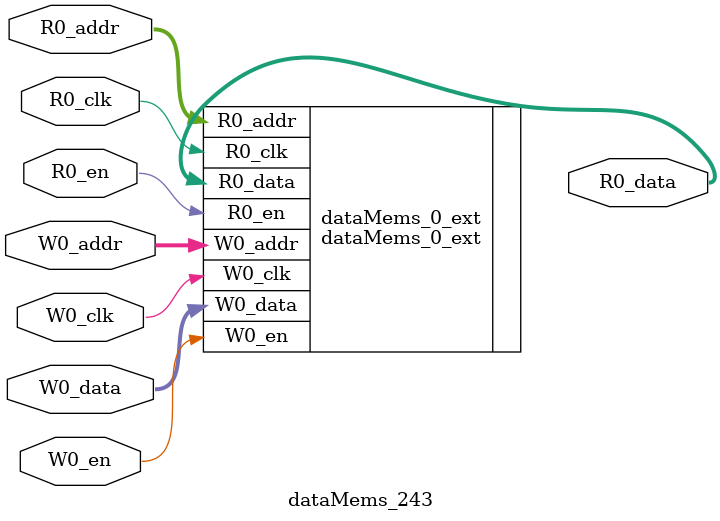
<source format=sv>
`ifndef RANDOMIZE
  `ifdef RANDOMIZE_REG_INIT
    `define RANDOMIZE
  `endif // RANDOMIZE_REG_INIT
`endif // not def RANDOMIZE
`ifndef RANDOMIZE
  `ifdef RANDOMIZE_MEM_INIT
    `define RANDOMIZE
  `endif // RANDOMIZE_MEM_INIT
`endif // not def RANDOMIZE

`ifndef RANDOM
  `define RANDOM $random
`endif // not def RANDOM

// Users can define 'PRINTF_COND' to add an extra gate to prints.
`ifndef PRINTF_COND_
  `ifdef PRINTF_COND
    `define PRINTF_COND_ (`PRINTF_COND)
  `else  // PRINTF_COND
    `define PRINTF_COND_ 1
  `endif // PRINTF_COND
`endif // not def PRINTF_COND_

// Users can define 'ASSERT_VERBOSE_COND' to add an extra gate to assert error printing.
`ifndef ASSERT_VERBOSE_COND_
  `ifdef ASSERT_VERBOSE_COND
    `define ASSERT_VERBOSE_COND_ (`ASSERT_VERBOSE_COND)
  `else  // ASSERT_VERBOSE_COND
    `define ASSERT_VERBOSE_COND_ 1
  `endif // ASSERT_VERBOSE_COND
`endif // not def ASSERT_VERBOSE_COND_

// Users can define 'STOP_COND' to add an extra gate to stop conditions.
`ifndef STOP_COND_
  `ifdef STOP_COND
    `define STOP_COND_ (`STOP_COND)
  `else  // STOP_COND
    `define STOP_COND_ 1
  `endif // STOP_COND
`endif // not def STOP_COND_

// Users can define INIT_RANDOM as general code that gets injected into the
// initializer block for modules with registers.
`ifndef INIT_RANDOM
  `define INIT_RANDOM
`endif // not def INIT_RANDOM

// If using random initialization, you can also define RANDOMIZE_DELAY to
// customize the delay used, otherwise 0.002 is used.
`ifndef RANDOMIZE_DELAY
  `define RANDOMIZE_DELAY 0.002
`endif // not def RANDOMIZE_DELAY

// Define INIT_RANDOM_PROLOG_ for use in our modules below.
`ifndef INIT_RANDOM_PROLOG_
  `ifdef RANDOMIZE
    `ifdef VERILATOR
      `define INIT_RANDOM_PROLOG_ `INIT_RANDOM
    `else  // VERILATOR
      `define INIT_RANDOM_PROLOG_ `INIT_RANDOM #`RANDOMIZE_DELAY begin end
    `endif // VERILATOR
  `else  // RANDOMIZE
    `define INIT_RANDOM_PROLOG_
  `endif // RANDOMIZE
`endif // not def INIT_RANDOM_PROLOG_

// Include register initializers in init blocks unless synthesis is set
`ifndef SYNTHESIS
  `ifndef ENABLE_INITIAL_REG_
    `define ENABLE_INITIAL_REG_
  `endif // not def ENABLE_INITIAL_REG_
`endif // not def SYNTHESIS

// Include rmemory initializers in init blocks unless synthesis is set
`ifndef SYNTHESIS
  `ifndef ENABLE_INITIAL_MEM_
    `define ENABLE_INITIAL_MEM_
  `endif // not def ENABLE_INITIAL_MEM_
`endif // not def SYNTHESIS

module dataMems_243(	// @[generators/ara/src/main/scala/UnsafeAXI4ToTL.scala:365:62]
  input  [4:0]   R0_addr,
  input          R0_en,
  input          R0_clk,
  output [130:0] R0_data,
  input  [4:0]   W0_addr,
  input          W0_en,
  input          W0_clk,
  input  [130:0] W0_data
);

  dataMems_0_ext dataMems_0_ext (	// @[generators/ara/src/main/scala/UnsafeAXI4ToTL.scala:365:62]
    .R0_addr (R0_addr),
    .R0_en   (R0_en),
    .R0_clk  (R0_clk),
    .R0_data (R0_data),
    .W0_addr (W0_addr),
    .W0_en   (W0_en),
    .W0_clk  (W0_clk),
    .W0_data (W0_data)
  );
endmodule


</source>
